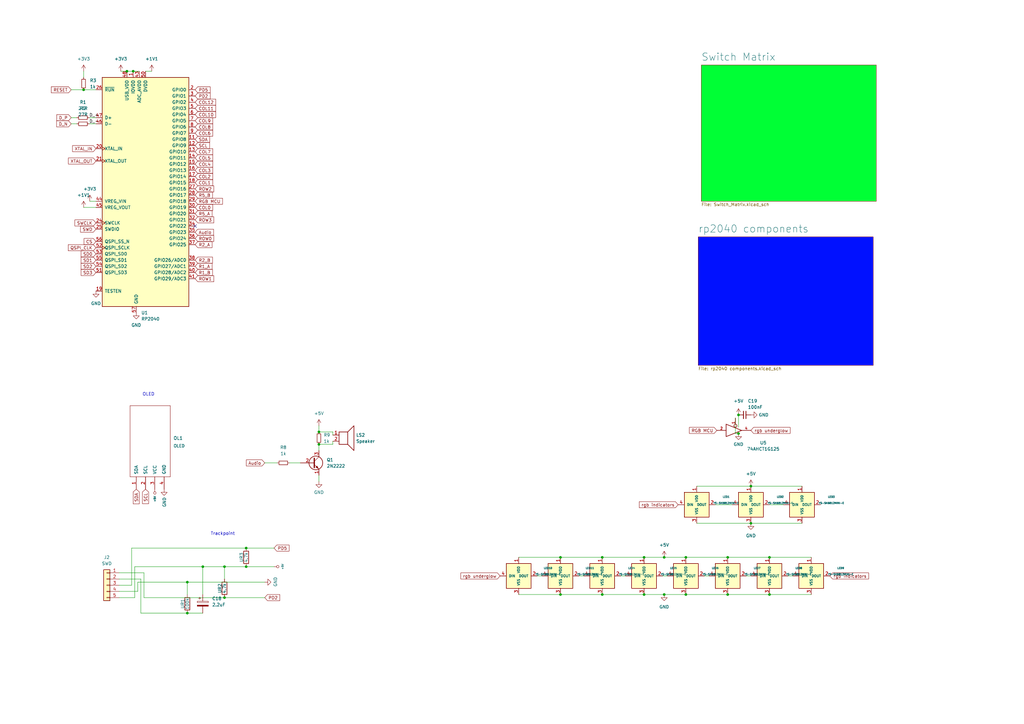
<source format=kicad_sch>
(kicad_sch (version 20211123) (generator eeschema)
  (paper "A3")
  (lib_symbols
    (symbol "74AHCT1G125_1" (pin_names (offset 1.016))
      (property "Reference" "U5" (at 11.43 -5.08 0))
      (property "Value" "74AHCT1G125" (at 11.43 -7.62 0))
      (symbol "74AHCT1G125_1_0_1"
        (polyline (pts (xy -3.81 2.54) (xy -3.81 -2.54) (xy 2.54 0) (xy -3.81 2.54)) (stroke (width 0.254)))
      )
      (symbol "74AHCT1G125_1_1_1"
        (pin input inverted (at 0 5.08 270) (length 3.81) (name "~") (number "1"))
        (pin input line (at -7.62 0 0) (length 3.81) (name "~") (number "2"))
        (pin power_in line (at 1.27 -1.27 270) (length 0) hide (name "GND") (number "3"))
        (pin tri_state line (at 6.35 0 180) (length 3.81) (name "~") (number "4"))
        (pin power_in line (at 1.27 1.27 90) (length 0) hide (name "+5V") (number "5"))
      )
    )
    (symbol "Connector_Generic:Conn_01x05" (pin_names (offset 1.016) hide)
      (property "Reference" "J" (at 0 7.62 0))
      (property "Value" "Conn_01x05" (at 0 -7.62 0))
      (symbol "Conn_01x05_1_1"
        (rectangle (start -1.27 -4.953) (end 0 -5.207) (stroke (width 0.1524)))
        (rectangle (start -1.27 -2.413) (end 0 -2.667) (stroke (width 0.1524)))
        (rectangle (start -1.27 0.127) (end 0 -0.127) (stroke (width 0.1524)))
        (rectangle (start -1.27 2.667) (end 0 2.413) (stroke (width 0.1524)))
        (rectangle (start -1.27 5.207) (end 0 4.953) (stroke (width 0.1524)))
        (rectangle (start -1.27 6.35) (end 1.27 -6.35) (stroke (width 0.254)) (fill (type background)))
        (pin passive line (at -5.08 5.08 0) (length 3.81) (name "Pin_1") (number "1"))
        (pin passive line (at -5.08 2.54 0) (length 3.81) (name "Pin_2") (number "2"))
        (pin passive line (at -5.08 0 0) (length 3.81) (name "Pin_3") (number "3"))
        (pin passive line (at -5.08 -2.54 0) (length 3.81) (name "Pin_4") (number "4"))
        (pin passive line (at -5.08 -5.08 0) (length 3.81) (name "Pin_5") (number "5"))
      )
    )
    (symbol "Device:C_Polarized" (pin_numbers hide) (pin_names (offset 0.254))
      (property "Reference" "C" (at 0.635 2.54 0))
      (property "Value" "C_Polarized" (at 0.635 -2.54 0))
      (symbol "C_Polarized_0_1"
        (rectangle (start -2.286 0.508) (end 2.286 1.016))
        (polyline (pts (xy -1.778 2.286) (xy -0.762 2.286)))
        (polyline (pts (xy -1.27 2.794) (xy -1.27 1.778)))
        (rectangle (start 2.286 -0.508) (end -2.286 -1.016) (fill (type outline)))
      )
      (symbol "C_Polarized_1_1"
        (pin passive line (at 0 3.81 270) (length 2.794) (name "~") (number "1"))
        (pin passive line (at 0 -3.81 90) (length 2.794) (name "~") (number "2"))
      )
    )
    (symbol "Device:C_Small" (pin_numbers hide) (pin_names (offset 0.254) hide)
      (property "Reference" "C" (at 0.254 1.778 0))
      (property "Value" "C_Small" (at 0.254 -2.032 0))
      (symbol "C_Small_0_1"
        (polyline (pts (xy -1.524 -0.508) (xy 1.524 -0.508)) (stroke (width 0.3302)))
        (polyline (pts (xy -1.524 0.508) (xy 1.524 0.508)) (stroke (width 0.3048)))
      )
      (symbol "C_Small_1_1"
        (pin passive line (at 0 2.54 270) (length 2.032) (name "~") (number "1"))
        (pin passive line (at 0 -2.54 90) (length 2.032) (name "~") (number "2"))
      )
    )
    (symbol "Device:R_Small" (pin_numbers hide) (pin_names (offset 0.254) hide)
      (property "Reference" "R" (at 0.762 0.508 0))
      (property "Value" "R_Small" (at 0.762 -1.016 0))
      (symbol "R_Small_0_1"
        (rectangle (start -0.762 1.778) (end 0.762 -1.778) (stroke (width 0.2032)))
      )
      (symbol "R_Small_1_1"
        (pin passive line (at 0 2.54 270) (length 0.762) (name "~") (number "1"))
        (pin passive line (at 0 -2.54 90) (length 0.762) (name "~") (number "2"))
      )
    )
    (symbol "Device:Speaker" (pin_names (offset 0) hide)
      (property "Reference" "LS" (at 1.27 5.715 0))
      (property "Value" "Speaker" (at 1.27 3.81 0))
      (symbol "Speaker_0_0"
        (rectangle (start -2.54 1.27) (end 1.016 -3.81) (stroke (width 0.254)))
        (polyline (pts (xy 1.016 1.27) (xy 3.556 3.81) (xy 3.556 -6.35) (xy 1.016 -3.81)) (stroke (width 0.254)))
      )
      (symbol "Speaker_1_1"
        (pin input line (at -5.08 0 0) (length 2.54) (name "1") (number "1"))
        (pin input line (at -5.08 -2.54 0) (length 2.54) (name "2") (number "2"))
      )
    )
    (symbol "GND_1" (power) (pin_names (offset 0))
      (property "Value" "GND_1" (at 0 -3.81 0))
      (symbol "GND_1_0_1"
        (polyline (pts (xy 0 0) (xy 0 -1.27) (xy 1.27 -1.27) (xy 0 -2.54) (xy -1.27 -1.27) (xy 0 -1.27)))
      )
      (symbol "GND_1_1_1"
        (pin power_in line (at 0 0 270) (length 0) hide (name "GND") (number "1"))
      )
    )
    (symbol "GND_2" (power) (pin_names (offset 0))
      (property "Value" "GND_2" (at 0 -3.81 0))
      (symbol "GND_2_0_1"
        (polyline (pts (xy 0 0) (xy 0 -1.27) (xy 1.27 -1.27) (xy 0 -2.54) (xy -1.27 -1.27) (xy 0 -1.27)))
      )
      (symbol "GND_2_1_1"
        (pin power_in line (at 0 0 270) (length 0) hide (name "GND") (number "1"))
      )
    )
    (symbol "Sleep-lib:RP2040" (pin_names (offset 1.016))
      (property "Reference" "U" (at 8.89 51.435 0))
      (property "Value" "RP2040" (at 8.89 48.895 0))
      (symbol "RP2040_0_0"
        (rectangle (start -17.78 -45.72) (end 17.78 48.26) (stroke (width 0.254)) (fill (type background)))
      )
      (symbol "RP2040_1_1"
        (pin power_in line (at -5.08 50.8 270) (length 2.54) (name "IOVDD") (number "1"))
        (pin power_in line (at -5.08 50.8 270) (length 2.54) hide (name "IOVDD") (number "10"))
        (pin input line (at 20.32 22.86 180) (length 2.54) (name "GPIO8") (number "11"))
        (pin input line (at 20.32 20.32 180) (length 2.54) (name "GPIO9") (number "12"))
        (pin input line (at 20.32 17.78 180) (length 2.54) (name "GPIO10") (number "13"))
        (pin input line (at 20.32 15.24 180) (length 2.54) (name "GPIO11") (number "14"))
        (pin input line (at 20.32 12.7 180) (length 2.54) (name "GPIO12") (number "15"))
        (pin input line (at 20.32 10.16 180) (length 2.54) (name "GPIO13") (number "16"))
        (pin input line (at 20.32 7.62 180) (length 2.54) (name "GPIO14") (number "17"))
        (pin input line (at 20.32 5.08 180) (length 2.54) (name "GPIO15") (number "18"))
        (pin input line (at -20.32 -39.37 0) (length 2.54) (name "TESTEN") (number "19"))
        (pin input line (at 20.32 43.18 180) (length 2.54) (name "GPIO0") (number "2"))
        (pin input clock (at -20.32 19.05 0) (length 2.54) (name "XTAL_IN") (number "20"))
        (pin input clock (at -20.32 13.97 0) (length 2.54) (name "XTAL_OUT") (number "21"))
        (pin power_in line (at -5.08 50.8 270) (length 2.54) hide (name "IOVDD") (number "22"))
        (pin power_in line (at 0 50.8 270) (length 2.54) hide (name "DVDD") (number "23"))
        (pin input clock (at -20.32 -11.43 0) (length 2.54) (name "SWCLK") (number "24"))
        (pin bidirectional line (at -20.32 -13.97 0) (length 2.54) (name "SWDIO") (number "25"))
        (pin input line (at -20.32 43.18 0) (length 2.54) (name "~{RUN}") (number "26"))
        (pin input line (at 20.32 2.54 180) (length 2.54) (name "GPIO16") (number "27"))
        (pin input line (at 20.32 0 180) (length 2.54) (name "GPIO17") (number "28"))
        (pin input line (at 20.32 -2.54 180) (length 2.54) (name "GPIO18") (number "29"))
        (pin input line (at 20.32 40.64 180) (length 2.54) (name "GPIO1") (number "3"))
        (pin input line (at 20.32 -5.08 180) (length 2.54) (name "GPIO19") (number "30"))
        (pin input line (at 20.32 -7.62 180) (length 2.54) (name "GPIO20") (number "31"))
        (pin input line (at 20.32 -10.16 180) (length 2.54) (name "GPIO21") (number "32"))
        (pin power_in line (at -5.08 50.8 270) (length 2.54) hide (name "IOVDD") (number "33"))
        (pin input line (at 20.32 -12.7 180) (length 2.54) (name "GPIO22") (number "34"))
        (pin input line (at 20.32 -15.24 180) (length 2.54) (name "GPIO23") (number "35"))
        (pin input line (at 20.32 -17.78 180) (length 2.54) (name "GPIO24") (number "36"))
        (pin input line (at 20.32 -20.32 180) (length 2.54) (name "GPIO25") (number "37"))
        (pin input line (at 20.32 -26.67 180) (length 2.54) (name "GPIO26/ADC0") (number "38"))
        (pin input line (at 20.32 -29.21 180) (length 2.54) (name "GPIO27/ADC1") (number "39"))
        (pin input line (at 20.32 38.1 180) (length 2.54) (name "GPIO2") (number "4"))
        (pin input line (at 20.32 -31.75 180) (length 2.54) (name "GPIO28/ADC2") (number "40"))
        (pin input line (at 20.32 -34.29 180) (length 2.54) (name "GPIO29/ADC3") (number "41"))
        (pin power_in line (at -5.08 50.8 270) (length 2.54) hide (name "IOVDD") (number "42"))
        (pin power_in line (at -2.54 50.8 270) (length 2.54) (name "ADC_AVDD") (number "43"))
        (pin power_in line (at -20.32 -2.54 0) (length 2.54) (name "VREG_VIN") (number "44"))
        (pin power_out line (at -20.32 -5.08 0) (length 2.54) (name "VREG_VOUT") (number "45"))
        (pin bidirectional line (at -20.32 29.21 0) (length 2.54) (name "D-") (number "46"))
        (pin bidirectional line (at -20.32 31.75 0) (length 2.54) (name "D+") (number "47"))
        (pin power_in line (at -7.62 50.8 270) (length 2.54) (name "USB_VDD") (number "48"))
        (pin power_in line (at -5.08 50.8 270) (length 2.54) hide (name "IOVDD") (number "49"))
        (pin input line (at 20.32 35.56 180) (length 2.54) (name "GPIO3") (number "5"))
        (pin power_in line (at 0 50.8 270) (length 2.54) (name "DVDD") (number "50"))
        (pin bidirectional line (at -20.32 -31.75 0) (length 2.54) (name "QSPI_SD3") (number "51"))
        (pin input clock (at -20.32 -21.59 0) (length 2.54) (name "QSPI_SCLK") (number "52"))
        (pin bidirectional line (at -20.32 -24.13 0) (length 2.54) (name "QSPI_SD0") (number "53"))
        (pin bidirectional line (at -20.32 -29.21 0) (length 2.54) (name "QSPI_SD2") (number "54"))
        (pin bidirectional line (at -20.32 -26.67 0) (length 2.54) (name "QSPI_SD1") (number "55"))
        (pin bidirectional line (at -20.32 -19.05 0) (length 2.54) (name "QSPI_SS_N") (number "56"))
        (pin power_in line (at -3.81 -48.26 90) (length 2.54) (name "GND") (number "57"))
        (pin input line (at 20.32 33.02 180) (length 2.54) (name "GPIO4") (number "6"))
        (pin input line (at 20.32 30.48 180) (length 2.54) (name "GPIO5") (number "7"))
        (pin input line (at 20.32 27.94 180) (length 2.54) (name "GPIO6") (number "8"))
        (pin input line (at 20.32 25.4 180) (length 2.54) (name "GPIO7") (number "9"))
      )
    )
    (symbol "Transistor_BJT:2N2219" (pin_names (offset 0) hide)
      (property "Reference" "Q" (at 5.08 1.905 0))
      (property "Value" "2N2219" (at 5.08 0 0))
      (symbol "2N2219_0_1"
        (polyline (pts (xy 0.635 0.635) (xy 2.54 2.54)))
        (polyline (pts (xy 0.635 -0.635) (xy 2.54 -2.54) (xy 2.54 -2.54)))
        (polyline (pts (xy 0.635 1.905) (xy 0.635 -1.905) (xy 0.635 -1.905)) (stroke (width 0.508)))
        (polyline (pts (xy 1.27 -1.778) (xy 1.778 -1.27) (xy 2.286 -2.286) (xy 1.27 -1.778) (xy 1.27 -1.778)) (fill (type outline)))
        (circle (center 1.27 0) (radius 2.8194) (stroke (width 0.254)))
      )
      (symbol "2N2219_1_1"
        (pin passive line (at 2.54 -5.08 90) (length 2.54) (name "E") (number "1"))
        (pin passive line (at -5.08 0 0) (length 5.715) (name "B") (number "2"))
        (pin passive line (at 2.54 5.08 270) (length 2.54) (name "C") (number "3"))
      )
    )
    (symbol "device:R" (pin_numbers hide) (pin_names (offset 0))
      (property "Reference" "R" (at 2.032 0 90))
      (property "Value" "device_R" (at 0 0 90))
      (symbol "R_0_1"
        (rectangle (start -1.016 -2.54) (end 1.016 2.54) (stroke (width 0.254)))
      )
      (symbol "R_1_1"
        (pin passive line (at 0 3.81 270) (length 1.27) (name "~") (number "1"))
        (pin passive line (at 0 -3.81 90) (length 1.27) (name "~") (number "2"))
      )
    )
    (symbol "kbd:OLED" (pin_names (offset 1.016))
      (property "Reference" "OL" (at 0 2.54 0))
      (property "Value" "OLED" (at 0 -1.27 0))
      (symbol "OLED_0_1"
        (rectangle (start -13.97 8.89) (end 15.24 -7.62))
      )
      (symbol "OLED_1_1"
        (pin bidirectional line (at -19.05 6.35 0) (length 5.08) (name "SDA") (number "1"))
        (pin bidirectional line (at -19.05 2.54 0) (length 5.08) (name "SCL") (number "2"))
        (pin power_in line (at -19.05 -1.27 0) (length 5.08) (name "VCC") (number "3"))
        (pin power_in line (at -19.05 -5.08 0) (length 5.08) (name "GND") (number "4"))
      )
    )
    (symbol "kbd:YS-SK6812MINI-E" (pin_names (offset 1.016))
      (property "Reference" "LED" (at 2.54 -7.62 0))
      (property "Value" "YS-SK6812MINI-E" (at 6.35 -6.35 0))
      (symbol "YS-SK6812MINI-E_0_1"
        (rectangle (start -5.08 5.08) (end 5.08 -5.08) (stroke (width 0.254)) (fill (type background)))
      )
      (symbol "YS-SK6812MINI-E_1_1"
        (pin power_in line (at 0 7.62 270) (length 2.54) (name "VDD") (number "1"))
        (pin output line (at 7.62 0 180) (length 2.54) (name "DOUT") (number "2"))
        (pin power_in line (at 0 -7.62 90) (length 2.54) (name "VSS") (number "3"))
        (pin input line (at -7.62 0 0) (length 2.54) (name "DIN") (number "4"))
      )
    )
    (symbol "keyboard_parts:+5V" (power) (pin_names (offset 0))
      (property "Value" "+5V" (at 0 2.794 0))
      (symbol "+5V_0_0"
        (pin power_in line (at 0 0 90) (length 0) hide (name "+5V") (number "1"))
      )
      (symbol "+5V_0_1"
        (polyline (pts (xy 0 0) (xy 0 1.016) (xy 0 1.016)))
        (circle (center 0 1.524) (radius 0.508))
      )
    )
    (symbol "power:+1V1" (power) (pin_names (offset 0))
      (property "Value" "+1V1" (at 0 3.556 0))
      (symbol "+1V1_0_1"
        (polyline (pts (xy -0.762 1.27) (xy 0 2.54)))
        (polyline (pts (xy 0 0) (xy 0 2.54)))
        (polyline (pts (xy 0 2.54) (xy 0.762 1.27)))
      )
      (symbol "+1V1_1_1"
        (pin power_in line (at 0 0 90) (length 0) hide (name "+1V1") (number "1"))
      )
    )
    (symbol "power:+3V3" (power) (pin_names (offset 0))
      (property "Value" "+3V3" (at 0 3.556 0))
      (symbol "+3V3_0_1"
        (polyline (pts (xy -0.762 1.27) (xy 0 2.54)))
        (polyline (pts (xy 0 0) (xy 0 2.54)))
        (polyline (pts (xy 0 2.54) (xy 0.762 1.27)))
      )
      (symbol "+3V3_1_1"
        (pin power_in line (at 0 0 90) (length 0) hide (name "+3V3") (number "1"))
      )
    )
    (symbol "power:+5V" (power) (pin_names (offset 0))
      (property "Value" "+5V" (at 0 3.556 0))
      (symbol "+5V_0_1"
        (polyline (pts (xy -0.762 1.27) (xy 0 2.54)))
        (polyline (pts (xy 0 0) (xy 0 2.54)))
        (polyline (pts (xy 0 2.54) (xy 0.762 1.27)))
      )
      (symbol "+5V_1_1"
        (pin power_in line (at 0 0 90) (length 0) hide (name "+5V") (number "1"))
      )
    )
    (symbol "power:GND" (power) (pin_names (offset 0))
      (property "Value" "power_GND" (at 0 -3.81 0))
      (symbol "GND_0_1"
        (polyline (pts (xy 0 0) (xy 0 -1.27) (xy 1.27 -1.27) (xy 0 -2.54) (xy -1.27 -1.27) (xy 0 -1.27)))
      )
      (symbol "GND_1_1"
        (pin power_in line (at 0 0 270) (length 0) hide (name "GND") (number "1"))
      )
    )
  )
  (junction (at 229.87 228.6))
  (junction (at 130.81 182.245))
  (junction (at 76.835 251.46))
  (junction (at 315.595 243.84))
  (junction (at 307.975 199.39))
  (junction (at 76.835 238.76))
  (junction (at 130.81 177.165))
  (junction (at 34.29 36.83))
  (junction (at 247.015 228.6))
  (junction (at 92.075 245.11))
  (junction (at 100.965 232.41))
  (junction (at 52.07 29.21))
  (junction (at 307.975 214.63))
  (junction (at 298.45 243.84))
  (junction (at 100.965 224.79))
  (junction (at 302.895 177.8))
  (junction (at 315.595 228.6))
  (junction (at 272.415 243.84))
  (junction (at 54.61 29.21))
  (junction (at 264.16 243.84))
  (junction (at 264.16 228.6))
  (junction (at 272.415 228.6))
  (junction (at 229.87 243.84))
  (junction (at 281.305 243.84))
  (junction (at 281.305 228.6))
  (junction (at 92.075 232.41))
  (junction (at 247.015 243.84))
  (junction (at 298.45 228.6))
  (junction (at 83.185 232.41))
  (junction (at 302.895 170.18))
  (no_connect (at 80.01 92.71))
  (wire (pts (xy 298.45 243.84) (xy 315.595 243.84)))
  (wire (pts (xy 34.29 85.09) (xy 39.37 85.09)))
  (wire (pts (xy 298.45 228.6) (xy 315.595 228.6)))
  (wire (pts (xy 29.21 50.8) (xy 31.496 50.8)))
  (wire (pts (xy 212.725 243.84) (xy 229.87 243.84)))
  (wire (pts (xy 271.78 236.22) (xy 273.685 236.22)))
  (wire (pts (xy 92.075 245.11) (xy 108.585 245.11)))
  (wire (pts (xy 302.895 177.8) (xy 301.625 177.8)))
  (wire (pts (xy 136.525 177.165) (xy 136.525 178.435)))
  (wire (pts (xy 254.635 236.22) (xy 256.54 236.22)))
  (wire (pts (xy 247.015 228.6) (xy 264.16 228.6)))
  (wire (pts (xy 315.595 243.84) (xy 332.74 243.84)))
  (wire (pts (xy 83.185 232.41) (xy 92.075 232.41)))
  (wire (pts (xy 56.515 238.76) (xy 76.835 238.76)))
  (wire (pts (xy 130.81 194.945) (xy 130.81 197.485)))
  (wire (pts (xy 53.975 224.79) (xy 100.965 224.79)))
  (wire (pts (xy 301.625 177.8) (xy 301.625 171.45)))
  (wire (pts (xy 100.965 232.41) (xy 112.395 232.41)))
  (wire (pts (xy 55.245 232.41) (xy 55.245 245.11)))
  (wire (pts (xy 83.185 232.41) (xy 83.185 243.84)))
  (wire (pts (xy 272.415 228.6) (xy 281.305 228.6)))
  (wire (pts (xy 55.245 245.11) (xy 48.895 245.11)))
  (wire (pts (xy 57.785 251.46) (xy 57.785 237.49)))
  (wire (pts (xy 315.595 228.6) (xy 332.74 228.6)))
  (wire (pts (xy 59.055 245.11) (xy 92.075 245.11)))
  (wire (pts (xy 220.345 236.22) (xy 222.25 236.22)))
  (wire (pts (xy 100.965 224.79) (xy 112.395 224.79)))
  (wire (pts (xy 52.07 29.21) (xy 49.53 29.21)))
  (wire (pts (xy 108.585 189.865) (xy 113.665 189.865)))
  (wire (pts (xy 56.515 242.57) (xy 48.895 242.57)))
  (wire (pts (xy 76.835 251.46) (xy 83.185 251.46)))
  (wire (pts (xy 229.87 243.84) (xy 247.015 243.84)))
  (wire (pts (xy 59.055 245.11) (xy 59.055 234.95)))
  (wire (pts (xy 36.576 50.8) (xy 39.37 50.8)))
  (wire (pts (xy 130.81 177.165) (xy 136.525 177.165)))
  (wire (pts (xy 130.81 182.245) (xy 136.525 182.245)))
  (wire (pts (xy 59.69 29.21) (xy 62.23 29.21)))
  (wire (pts (xy 76.835 238.76) (xy 108.585 238.76)))
  (wire (pts (xy 92.075 232.41) (xy 92.075 237.49)))
  (wire (pts (xy 54.61 29.21) (xy 52.07 29.21)))
  (wire (pts (xy 55.245 232.41) (xy 83.185 232.41)))
  (wire (pts (xy 264.16 228.6) (xy 272.415 228.6)))
  (wire (pts (xy 57.785 251.46) (xy 76.835 251.46)))
  (wire (pts (xy 56.515 238.76) (xy 56.515 242.57)))
  (wire (pts (xy 136.525 180.975) (xy 136.525 182.245)))
  (wire (pts (xy 281.305 228.6) (xy 298.45 228.6)))
  (wire (pts (xy 293.37 207.01) (xy 300.355 207.01)))
  (wire (pts (xy 92.075 232.41) (xy 100.965 232.41)))
  (wire (pts (xy 272.415 243.84) (xy 281.305 243.84)))
  (wire (pts (xy 237.49 236.22) (xy 239.395 236.22)))
  (wire (pts (xy 212.725 228.6) (xy 229.87 228.6)))
  (wire (pts (xy 302.895 170.18) (xy 302.895 175.26)))
  (wire (pts (xy 247.015 243.84) (xy 264.16 243.84)))
  (wire (pts (xy 59.055 234.95) (xy 48.895 234.95)))
  (wire (pts (xy 57.15 29.21) (xy 54.61 29.21)))
  (wire (pts (xy 36.576 48.26) (xy 39.37 48.26)))
  (wire (pts (xy 307.975 214.63) (xy 328.93 214.63)))
  (wire (pts (xy 307.975 199.39) (xy 328.93 199.39)))
  (wire (pts (xy 53.975 240.03) (xy 48.895 240.03)))
  (wire (pts (xy 34.29 36.83) (xy 39.37 36.83)))
  (wire (pts (xy 29.21 36.83) (xy 34.29 36.83)))
  (wire (pts (xy 34.29 29.21) (xy 34.29 31.75)))
  (wire (pts (xy 118.745 189.865) (xy 123.19 189.865)))
  (wire (pts (xy 285.75 214.63) (xy 307.975 214.63)))
  (wire (pts (xy 29.21 48.26) (xy 31.496 48.26)))
  (wire (pts (xy 281.305 243.84) (xy 298.45 243.84)))
  (wire (pts (xy 130.81 174.625) (xy 130.81 177.165)))
  (wire (pts (xy 57.785 237.49) (xy 48.895 237.49)))
  (wire (pts (xy 130.81 182.245) (xy 130.81 184.785)))
  (wire (pts (xy 285.75 199.39) (xy 307.975 199.39)))
  (wire (pts (xy 53.975 224.79) (xy 53.975 240.03)))
  (wire (pts (xy 229.87 228.6) (xy 247.015 228.6)))
  (wire (pts (xy 323.215 236.22) (xy 325.12 236.22)))
  (wire (pts (xy 264.16 243.84) (xy 272.415 243.84)))
  (wire (pts (xy 306.07 236.22) (xy 307.975 236.22)))
  (wire (pts (xy 76.835 238.76) (xy 76.835 243.84)))
  (wire (pts (xy 36.83 82.55) (xy 39.37 82.55)))
  (wire (pts (xy 288.925 236.22) (xy 290.83 236.22)))
  (wire (pts (xy 315.595 207.01) (xy 321.31 207.01)))
  (text "Trackpoint" (at 86.36 219.71 0) (effects (font (size 1.27 1.27)) (justify left bottom)))
  (text "OLED" (at 58.42 162.56 0) (effects (font (size 1.27 1.27)) (justify left bottom)))
  (label "D_-" (at 36.576 50.8 0))
  (label "D_+" (at 36.576 48.26 0))
  (global_label "SCL" (shape input) (at 80.01 59.69 0) (property "Intersheet References" "${INTERSHEET_REFS}" (effects hide)))
  (global_label "COL11" (shape input) (at 80.01 44.45 0) (property "Intersheet References" "${INTERSHEET_REFS}" (effects hide)))
  (global_label "SDA" (shape input) (at 55.88 200.66 270) (property "Intersheet References" "${INTERSHEET_REFS}" (effects hide)))
  (global_label "R2_B" (shape input) (at 80.01 106.68 0) (property "Intersheet References" "${INTERSHEET_REFS}" (effects hide)))
  (global_label "rgb indicators" (shape input) (at 278.13 207.01 180) (property "Intersheet References" "${INTERSHEET_REFS}" (effects hide)))
  (global_label "ROW1" (shape input) (at 80.01 114.3 0) (property "Intersheet References" "${INTERSHEET_REFS}" (effects hide)))
  (global_label "ROW2" (shape input) (at 80.01 77.47 0) (property "Intersheet References" "${INTERSHEET_REFS}" (effects hide)))
  (global_label "COL1" (shape input) (at 80.01 74.93 0) (property "Intersheet References" "${INTERSHEET_REFS}" (effects hide)))
  (global_label "Audio" (shape input) (at 108.585 189.865 180) (property "Intersheet References" "${INTERSHEET_REFS}" (effects hide)))
  (global_label "SD2" (shape input) (at 39.37 109.22 180) (property "Intersheet References" "${INTERSHEET_REFS}" (effects hide)))
  (global_label "COL10" (shape input) (at 80.01 46.99 0) (property "Intersheet References" "${INTERSHEET_REFS}" (effects hide)))
  (global_label "SCL" (shape input) (at 59.69 200.66 270) (property "Intersheet References" "${INTERSHEET_REFS}" (effects hide)))
  (global_label "SWCLK" (shape input) (at 39.37 91.44 180) (property "Intersheet References" "${INTERSHEET_REFS}" (effects hide)))
  (global_label "COL5" (shape input) (at 80.01 64.77 0) (property "Intersheet References" "${INTERSHEET_REFS}" (effects hide)))
  (global_label "SD1" (shape input) (at 39.37 106.68 180) (property "Intersheet References" "${INTERSHEET_REFS}" (effects hide)))
  (global_label "XTAL_IN" (shape input) (at 39.37 60.96 180) (property "Intersheet References" "${INTERSHEET_REFS}" (effects hide)))
  (global_label "SWD" (shape input) (at 39.37 93.98 180) (property "Intersheet References" "${INTERSHEET_REFS}" (effects hide)))
  (global_label "rgb underglow" (shape input) (at 205.105 236.22 180) (property "Intersheet References" "${INTERSHEET_REFS}" (effects hide)))
  (global_label "R2_A" (shape input) (at 80.01 100.33 0) (property "Intersheet References" "${INTERSHEET_REFS}" (effects hide)))
  (global_label "COL8" (shape input) (at 80.01 52.07 0) (property "Intersheet References" "${INTERSHEET_REFS}" (effects hide)))
  (global_label "QSPI_CLK" (shape input) (at 39.37 101.6 180) (property "Intersheet References" "${INTERSHEET_REFS}" (effects hide)))
  (global_label "COL0" (shape input) (at 80.01 85.09 0) (property "Intersheet References" "${INTERSHEET_REFS}" (effects hide)))
  (global_label "RESET" (shape input) (at 29.21 36.83 180) (property "Intersheet References" "${INTERSHEET_REFS}" (effects hide)))
  (global_label "R5_A" (shape input) (at 80.01 87.63 0) (property "Intersheet References" "${INTERSHEET_REFS}" (effects hide)))
  (global_label "SD3" (shape input) (at 39.37 111.76 180) (property "Intersheet References" "${INTERSHEET_REFS}" (effects hide)))
  (global_label "COL7" (shape input) (at 80.01 62.23 0) (property "Intersheet References" "${INTERSHEET_REFS}" (effects hide)))
  (global_label "ROW0" (shape input) (at 80.01 97.79 0) (property "Intersheet References" "${INTERSHEET_REFS}" (effects hide)))
  (global_label "D_P" (shape input) (at 29.21 48.26 180) (property "Intersheet References" "${INTERSHEET_REFS}" (effects hide)))
  (global_label "rgb underglow" (shape input) (at 307.975 176.53 0) (property "Intersheet References" "${INTERSHEET_REFS}" (effects hide)))
  (global_label "CS" (shape input) (at 39.37 99.06 180) (property "Intersheet References" "${INTERSHEET_REFS}" (effects hide)))
  (global_label "Audio" (shape input) (at 80.01 95.25 0) (property "Intersheet References" "${INTERSHEET_REFS}" (effects hide)))
  (global_label "SDA" (shape input) (at 80.01 57.15 0) (property "Intersheet References" "${INTERSHEET_REFS}" (effects hide)))
  (global_label "PD2" (shape input) (at 80.01 39.37 0) (property "Intersheet References" "${INTERSHEET_REFS}" (effects hide)))
  (global_label "RGB MCU" (shape input) (at 294.005 176.53 180) (property "Intersheet References" "${INTERSHEET_REFS}" (effects hide)))
  (global_label "PD2" (shape input) (at 108.585 245.11 0) (property "Intersheet References" "${INTERSHEET_REFS}" (effects hide)))
  (global_label "rgb indicators" (shape input) (at 340.36 236.22 0) (property "Intersheet References" "${INTERSHEET_REFS}" (effects hide)))
  (global_label "ROW3" (shape input) (at 80.01 90.17 0) (property "Intersheet References" "${INTERSHEET_REFS}" (effects hide)))
  (global_label "RGB MCU" (shape input) (at 80.01 82.55 0) (property "Intersheet References" "${INTERSHEET_REFS}" (effects hide)))
  (global_label "XTAL_OUT" (shape input) (at 39.37 66.04 180) (property "Intersheet References" "${INTERSHEET_REFS}" (effects hide)))
  (global_label "COL2" (shape input) (at 80.01 72.39 0) (property "Intersheet References" "${INTERSHEET_REFS}" (effects hide)))
  (global_label "R5_B" (shape input) (at 80.01 80.01 0) (property "Intersheet References" "${INTERSHEET_REFS}" (effects hide)))
  (global_label "PD5" (shape input) (at 80.01 36.83 0) (property "Intersheet References" "${INTERSHEET_REFS}" (effects hide)))
  (global_label "R1_A" (shape input) (at 80.01 109.22 0) (property "Intersheet References" "${INTERSHEET_REFS}" (effects hide)))
  (global_label "COL4" (shape input) (at 80.01 67.31 0) (property "Intersheet References" "${INTERSHEET_REFS}" (effects hide)))
  (global_label "PD5" (shape input) (at 112.395 224.79 0) (property "Intersheet References" "${INTERSHEET_REFS}" (effects hide)))
  (global_label "COL3" (shape input) (at 80.01 69.85 0) (property "Intersheet References" "${INTERSHEET_REFS}" (effects hide)))
  (global_label "COL12" (shape input) (at 80.01 41.91 0) (property "Intersheet References" "${INTERSHEET_REFS}" (effects hide)))
  (global_label "R1_B" (shape input) (at 80.01 111.76 0) (property "Intersheet References" "${INTERSHEET_REFS}" (effects hide)))
  (global_label "COL6" (shape input) (at 80.01 54.61 0) (property "Intersheet References" "${INTERSHEET_REFS}" (effects hide)))
  (global_label "COL9" (shape input) (at 80.01 49.53 0) (property "Intersheet References" "${INTERSHEET_REFS}" (effects hide)))
  (global_label "D_N" (shape input) (at 29.21 50.8 180) (property "Intersheet References" "${INTERSHEET_REFS}" (effects hide)))
  (global_label "SD0" (shape input) (at 39.37 104.14 180) (property "Intersheet References" "${INTERSHEET_REFS}" (effects hide)))
  (symbol (lib_id "Device:C_Polarized") (at 83.185 247.65 0) (unit 1)
    (property "Reference" "C18" (at 86.995 245.4909 0) (effects (justify left)))
    (property "Value" "2.2uF" (at 86.995 248.0309 0) (effects (justify left)))
    (property "Footprint" "Capacitor_SMD:C_0805_2012Metric_Pad1.18x1.45mm_HandSolder" (effects hide))
  )
  (symbol (lib_id "power:GND") (at 307.975 170.18 90) (unit 1)
    (property "Reference" "#PWR0146" (effects hide))
    (property "Value" "GND" (at 311.15 170.1799 90) (effects (justify right)))
  )
  (symbol (lib_id "power:GND") (at 108.585 238.76 90) (unit 1)
    (property "Reference" "#PWR0138" (effects hide))
    (property "Value" "GND" (at 112.9792 238.633 0))
  )
  (symbol (lib_id "power:GND") (at 67.31 200.66 0) (unit 1)
    (property "Reference" "#PWR0136" (effects hide))
    (property "Value" "GND" (at 67.437 203.9112 90) (effects (justify right)))
  )
  (symbol (lib_id "kbd:YS-SK6812MINI-E") (at 285.75 207.01 0) (unit 1)
    (property "Reference" "LED1" (at 297.815 203.7956 0) (effects (font (size 0.7366 0.7366))))
    (property "Value" "YS-SK6812MINI-E" (at 297.815 206.3356 0) (effects (font (size 0.7366 0.7366))))
    (property "Footprint" "Keebio-Parts:SK6812-MINI-E" (effects hide))
  )
  (symbol (lib_id "Device:R_Small") (at 34.29 34.29 0) (unit 1)
    (property "Reference" "R3" (at 36.83 33.0199 0) (effects (justify left)))
    (property "Value" "1k" (at 36.83 35.5599 0) (effects (justify left)))
    (property "Footprint" "Resistor_SMD:R_0402_1005Metric" (effects hide))
  )
  (symbol (lib_id "power:+5V") (at 307.975 199.39 0) (unit 1)
    (property "Reference" "#PWR0142" (effects hide))
    (property "Value" "+5V" (at 307.975 194.31 0))
  )
  (symbol (lib_id "power:GND") (at 55.88 128.27 0) (unit 1)
    (property "Reference" "#PWR0107" (effects hide))
    (property "Value" "GND" (at 55.88 133.35 0))
  )
  (symbol (lib_name "GND_1") (lib_id "power:GND") (at 272.415 243.84 0) (unit 1)
    (property "Reference" "#PWR0140" (effects hide))
    (property "Value" "GND" (at 272.415 248.92 0))
  )
  (symbol (lib_id "kbd:YS-SK6812MINI-E") (at 307.975 207.01 0) (unit 1)
    (property "Reference" "LED2" (at 320.04 203.7956 0) (effects (font (size 0.7366 0.7366))))
    (property "Value" "YS-SK6812MINI-E" (at 320.04 206.3356 0) (effects (font (size 0.7366 0.7366))))
    (property "Footprint" "Keebio-Parts:SK6812-MINI-E" (effects hide))
  )
  (symbol (lib_name "74AHCT1G125_1") (lib_id "74xGxx:74AHCT1G125") (at 301.625 176.53 0) (unit 1)
    (property "Reference" "U5" (at 313.055 181.61 0))
    (property "Value" "74AHCT1G125" (at 313.055 184.15 0))
    (property "Footprint" "Package_TO_SOT_SMD:TSOT-23-5" (effects hide))
    (property "Datasheet" "http://www.ti.com/lit/sg/scyt129e/scyt129e.pdf" (effects hide))
  )
  (symbol (lib_id "power:+3V3") (at 34.29 29.21 0) (unit 1)
    (property "Reference" "#PWR0105" (effects hide))
    (property "Value" "+3V3" (at 34.29 24.13 0))
  )
  (symbol (lib_id "device:R") (at 92.075 241.3 180) (unit 1)
    (property "Reference" "UR2" (at 90.17 241.3 90))
    (property "Value" "4.7k" (at 92.075 241.3 90))
    (property "Footprint" "Resistor_SMD:R_0805_2012Metric_Pad1.20x1.40mm_HandSolder" (effects hide))
  )
  (symbol (lib_id "Connector_Generic:Conn_01x05") (at 43.815 240.03 0) (mirror y) (unit 1)
    (property "Reference" "J2" (at 43.815 228.6 0))
    (property "Value" "SWD" (at 43.815 231.14 0))
    (property "Footprint" "Connector_PinSocket_2.54mm:PinSocket_1x05_P2.54mm_Vertical" (effects hide))
  )
  (symbol (lib_id "power:+5V") (at 302.895 170.18 0) (unit 1)
    (property "Reference" "#PWR0145" (effects hide))
    (property "Value" "+5V" (at 302.895 164.465 0))
  )
  (symbol (lib_id "kbd:YS-SK6812MINI-E") (at 264.16 236.22 0) (unit 1)
    (property "Reference" "LED5" (at 276.225 233.0056 0) (effects (font (size 0.7366 0.7366))))
    (property "Value" "YS-SK6812MINI-E" (at 276.225 235.5456 0) (effects (font (size 0.7366 0.7366))))
    (property "Footprint" "CrumpPrints:WS2812-2020" (effects hide))
  )
  (symbol (lib_id "power:GND") (at 302.895 177.8 0) (unit 1)
    (property "Reference" "#PWR0144" (effects hide))
    (property "Value" "GND" (at 302.895 182.245 0))
  )
  (symbol (lib_id "power:+1V1") (at 34.29 85.09 0) (unit 1)
    (property "Reference" "#PWR0102" (effects hide))
    (property "Value" "+1V1" (at 34.29 80.01 0))
  )
  (symbol (lib_id "kbd:YS-SK6812MINI-E") (at 247.015 236.22 0) (unit 1)
    (property "Reference" "LED4" (at 259.08 233.0056 0) (effects (font (size 0.7366 0.7366))))
    (property "Value" "YS-SK6812MINI-E" (at 259.08 235.5456 0) (effects (font (size 0.7366 0.7366))))
    (property "Footprint" "CrumpPrints:WS2812-2020" (effects hide))
  )
  (symbol (lib_id "power:+1V1") (at 62.23 29.21 0) (unit 1)
    (property "Reference" "#PWR0106" (effects hide))
    (property "Value" "+1V1" (at 62.23 24.13 0))
  )
  (symbol (lib_id "keyboard_parts:+5V") (at 112.395 232.41 270) (unit 1)
    (property "Reference" "#PWR0139" (effects hide))
    (property "Value" "+5V" (at 115.9002 232.41 0) (effects (font (size 0.762 0.762))))
  )
  (symbol (lib_id "power:+3V3") (at 49.53 29.21 0) (unit 1)
    (property "Reference" "#PWR0104" (effects hide))
    (property "Value" "+3V3" (at 49.53 24.13 0))
  )
  (symbol (lib_id "device:R") (at 100.965 228.6 180) (unit 1)
    (property "Reference" "UR3" (at 99.06 228.6 90))
    (property "Value" "4.7k" (at 100.965 228.6 90))
    (property "Footprint" "Resistor_SMD:R_0805_2012Metric_Pad1.20x1.40mm_HandSolder" (effects hide))
  )
  (symbol (lib_id "kbd:YS-SK6812MINI-E") (at 332.74 236.22 0) (unit 1)
    (property "Reference" "LED9" (at 344.805 233.0056 0) (effects (font (size 0.7366 0.7366))))
    (property "Value" "YS-SK6812MINI-E" (at 344.805 235.5456 0) (effects (font (size 0.7366 0.7366))))
    (property "Footprint" "CrumpPrints:WS2812-2020" (effects hide))
  )
  (symbol (lib_id "Device:R_Small") (at 34.036 48.26 90) (unit 1)
    (property "Reference" "R1" (at 34.036 41.91 90))
    (property "Value" "27R" (at 34.036 44.45 90))
    (property "Footprint" "Resistor_SMD:R_0603_1608Metric" (effects hide))
  )
  (symbol (lib_id "kbd:YS-SK6812MINI-E") (at 281.305 236.22 0) (unit 1)
    (property "Reference" "LED6" (at 293.37 233.0056 0) (effects (font (size 0.7366 0.7366))))
    (property "Value" "YS-SK6812MINI-E" (at 293.37 235.5456 0) (effects (font (size 0.7366 0.7366))))
    (property "Footprint" "CrumpPrints:WS2812-2020" (effects hide))
  )
  (symbol (lib_id "power:GND") (at 39.37 119.38 0) (unit 1)
    (property "Reference" "#PWR0101" (effects hide))
    (property "Value" "GND" (at 39.37 124.46 0))
  )
  (symbol (lib_id "kbd:YS-SK6812MINI-E") (at 298.45 236.22 0) (unit 1)
    (property "Reference" "LED7" (at 310.515 233.0056 0) (effects (font (size 0.7366 0.7366))))
    (property "Value" "YS-SK6812MINI-E" (at 310.515 235.5456 0) (effects (font (size 0.7366 0.7366))))
    (property "Footprint" "CrumpPrints:WS2812-2020" (effects hide))
  )
  (symbol (lib_id "kbd:YS-SK6812MINI-E") (at 315.595 236.22 0) (unit 1)
    (property "Reference" "LED8" (at 327.66 233.0056 0) (effects (font (size 0.7366 0.7366))))
    (property "Value" "YS-SK6812MINI-E" (at 327.66 235.5456 0) (effects (font (size 0.7366 0.7366))))
    (property "Footprint" "CrumpPrints:WS2812-2020" (effects hide))
  )
  (symbol (lib_id "Sleep-lib:RP2040") (at 59.69 80.01 0) (unit 1)
    (property "Reference" "U1" (at 57.8994 128.27 0) (effects (justify left)))
    (property "Value" "RP2040" (at 57.8994 130.81 0) (effects (justify left)))
    (property "Footprint" "Sleep-lib:RP2040-QFN-56" (effects hide))
    (property "Datasheet" "https://datasheets.raspberrypi.com/rp2040/rp2040-datasheet.pdf" (effects hide))
  )
  (symbol (lib_name "GND_1") (lib_id "power:GND") (at 307.975 214.63 0) (unit 1)
    (property "Reference" "#PWR0143" (effects hide))
    (property "Value" "GND" (at 307.975 219.71 0))
  )
  (symbol (lib_id "power:+3V3") (at 36.83 82.55 0) (unit 1)
    (property "Reference" "#PWR0103" (effects hide))
    (property "Value" "+3V3" (at 36.83 77.47 0))
  )
  (symbol (lib_id "kbd:YS-SK6812MINI-E") (at 229.87 236.22 0) (unit 1)
    (property "Reference" "LED11" (at 241.935 233.0056 0) (effects (font (size 0.7366 0.7366))))
    (property "Value" "YS-SK6812MINI-E" (at 241.935 235.5456 0) (effects (font (size 0.7366 0.7366))))
    (property "Footprint" "CrumpPrints:WS2812-2020" (effects hide))
  )
  (symbol (lib_id "Device:C_Small") (at 305.435 170.18 270) (unit 1)
    (property "Reference" "C19" (at 306.705 164.465 90) (effects (justify left)))
    (property "Value" "100nF" (at 306.705 166.9988 90) (effects (justify left)))
    (property "Footprint" "Capacitor_SMD:C_0402_1005Metric" (effects hide))
  )
  (symbol (lib_id "keyboard_parts:+5V") (at 63.5 200.66 180) (unit 1)
    (property "Reference" "#PWR0137" (effects hide))
    (property "Value" "+5V" (at 63.5 203.4032 90) (effects (font (size 0.762 0.762)) (justify left)))
  )
  (symbol (lib_id "power:+5V") (at 272.415 228.6 0) (unit 1)
    (property "Reference" "#PWR0141" (effects hide))
    (property "Value" "+5V" (at 272.415 223.52 0))
  )
  (symbol (lib_name "GND_2") (lib_id "power:GND") (at 130.81 197.485 0) (unit 1)
    (property "Reference" "#PWR0150" (effects hide))
    (property "Value" "GND" (at 130.81 201.93 0))
  )
  (symbol (lib_id "device:R") (at 76.835 247.65 180) (unit 1)
    (property "Reference" "UR1" (at 74.93 247.65 90))
    (property "Value" "100k" (at 76.835 247.65 90))
    (property "Footprint" "Resistor_SMD:R_0805_2012Metric_Pad1.20x1.40mm_HandSolder" (effects hide))
  )
  (symbol (lib_id "Device:R_Small") (at 116.205 189.865 90) (unit 1)
    (property "Reference" "R8" (at 116.205 183.515 90))
    (property "Value" "1k" (at 116.205 186.055 90))
    (property "Footprint" "Keebio-Parts:Diode-Hybrid-Back" (effects hide))
  )
  (symbol (lib_id "Device:R_Small") (at 130.81 179.705 0) (unit 1)
    (property "Reference" "R9" (at 132.715 178.4349 0) (effects (justify left)))
    (property "Value" "1k" (at 132.715 180.9749 0) (effects (justify left)))
    (property "Footprint" "Resistor_SMD:R_0402_1005Metric" (effects hide))
  )
  (symbol (lib_id "power:+5V") (at 130.81 174.625 0) (unit 1)
    (property "Reference" "#PWR0153" (effects hide))
    (property "Value" "+5V" (at 130.81 169.545 0))
  )
  (symbol (lib_id "Device:R_Small") (at 34.036 50.8 90) (unit 1)
    (property "Reference" "R2" (at 34.036 44.45 90))
    (property "Value" "27R" (at 34.036 46.99 90))
    (property "Footprint" "Resistor_SMD:R_0603_1608Metric" (effects hide))
  )
  (symbol (lib_id "kbd:YS-SK6812MINI-E") (at 328.93 207.01 0) (unit 1)
    (property "Reference" "LED3" (at 340.995 203.7956 0) (effects (font (size 0.7366 0.7366))))
    (property "Value" "YS-SK6812MINI-E" (at 340.995 206.3356 0) (effects (font (size 0.7366 0.7366))))
    (property "Footprint" "Keebio-Parts:SK6812-MINI-E" (effects hide))
  )
  (symbol (lib_id "kbd:OLED") (at 62.23 181.61 90) (unit 1)
    (property "Reference" "OL1" (at 71.12 179.705 90) (effects (font (size 1.2954 1.2954)) (justify right)))
    (property "Value" "OLED" (at 71.12 182.88 90) (effects (font (size 1.1938 1.1938)) (justify right)))
    (property "Footprint" "kbd:OLED_v2" (effects hide))
  )
  (symbol (lib_id "Transistor_BJT:2N2219") (at 128.27 189.865 0) (unit 1)
    (property "Reference" "Q1" (at 133.985 188.5949 0) (effects (justify left)))
    (property "Value" "2N2222" (at 133.985 191.1349 0) (effects (justify left)))
    (property "Footprint" "Package_TO_SOT_SMD:SOT-23" (effects hide))
    (property "Datasheet" "http://www.onsemi.com/pub_link/Collateral/2N2219-D.PDF" (effects hide))
  )
  (symbol (lib_id "Device:Speaker") (at 141.605 178.435 0) (unit 1)
    (property "Reference" "LS2" (at 146.05 178.4349 0) (effects (justify left)))
    (property "Value" "Speaker" (at 146.05 180.9749 0) (effects (justify left)))
    (property "Footprint" "Keebio-Parts:AST1109MLTRQ" (effects hide))
  )
  (symbol (lib_id "kbd:YS-SK6812MINI-E") (at 212.725 236.22 0) (unit 1)
    (property "Reference" "LED10" (at 224.79 233.0056 0) (effects (font (size 0.7366 0.7366))))
    (property "Value" "YS-SK6812MINI-E" (at 224.79 235.5456 0) (effects (font (size 0.7366 0.7366))))
    (property "Footprint" "CrumpPrints:WS2812-2020" (effects hide))
  )
  (sheet (at 287.655 26.67) (size 71.755 55.88) (stroke (width 0.1524)) (fill (color 0 255 53 1.0000))
    (property "Sheet name" "Switch Matrix" (at 287.655 25.0934 0) (effects (font (size 3 3)) (justify left bottom)))
    (property "Sheet file" "Switch_Matrix.kicad_sch" (at 287.655 83.1346 0) (effects (justify left top)))
  )
  (sheet (at 286.385 97.155) (size 71.755 52.705) (stroke (width 0.1524)) (fill (color 1 17 255 1.0000))
    (property "Sheet name" "rp2040 components" (at 286.385 95.5784 0) (effects (font (size 3 3)) (justify left bottom)))
    (property "Sheet file" "rp2040 components.kicad_sch" (at 286.385 150.4446 0) (effects (justify left top)))
  )
)
</source>
